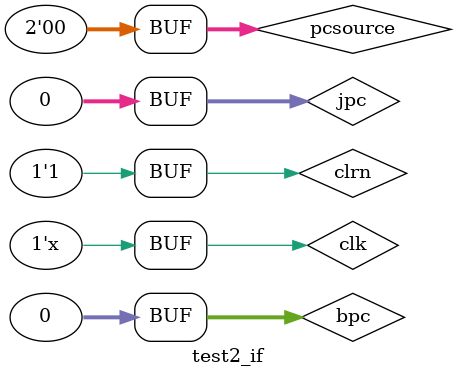
<source format=v>
`timescale 1ns / 1ps


module test2_if;

	// Inputs
	reg clk;
	reg clrn;
	reg [1:0] pcsource;
	reg [31:0] bpc;
	reg [31:0] jpc;

	// Outputs
	wire [31:0] pc4;
	wire [31:0] inst;
	wire [31:0] PC;

	// Instantiate the Unit Under Test (UUT)
	IF_STAGE uut (
		.clk(clk), 
		.clrn(clrn), 
		.pcsource(pcsource), 
		.bpc(bpc), 
		.jpc(jpc), 
		.pc4(pc4), 
		.inst(inst), 
		.PC(PC)
	);

	initial begin
		// Initialize Inputs
		clk = 0;
		clrn = 0;
		pcsource = 0;
		bpc = 0;
		jpc = 0;

		// Wait 100 ns for global reset to finish
		#100;
      clrn = 1;
		// Add stimulus here

	end
   always #50 clk = ~clk;
endmodule


</source>
